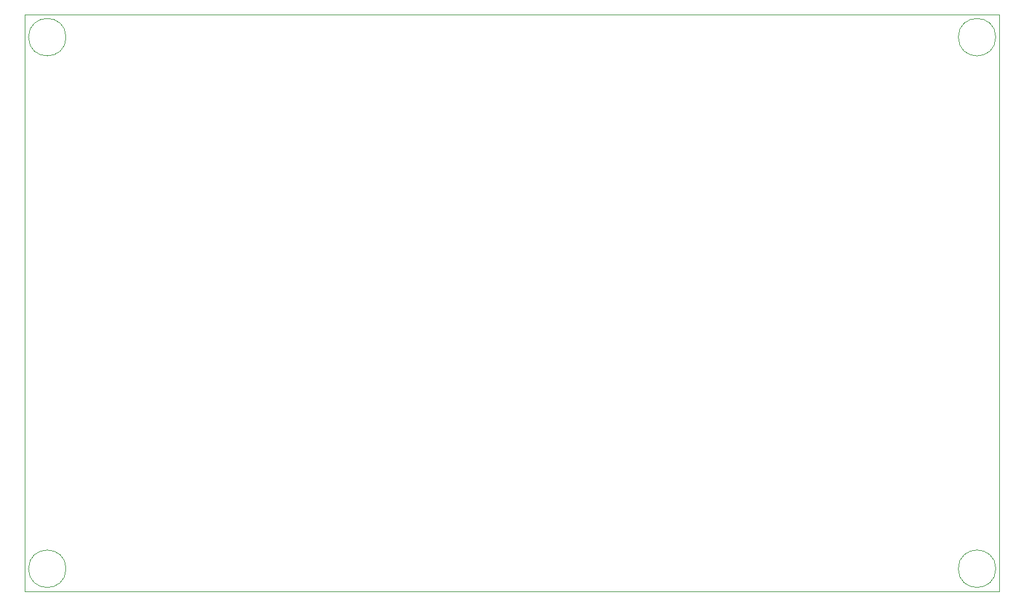
<source format=gbr>
%TF.GenerationSoftware,KiCad,Pcbnew,6.0.2+dfsg-1*%
%TF.CreationDate,2022-08-02T12:17:46-03:00*%
%TF.ProjectId,Nano-keyboard,4e616e6f-2d6b-4657-9962-6f6172642e6b,rev?*%
%TF.SameCoordinates,Original*%
%TF.FileFunction,Profile,NP*%
%FSLAX46Y46*%
G04 Gerber Fmt 4.6, Leading zero omitted, Abs format (unit mm)*
G04 Created by KiCad (PCBNEW 6.0.2+dfsg-1) date 2022-08-02 12:17:46*
%MOMM*%
%LPD*%
G01*
G04 APERTURE LIST*
%TA.AperFunction,Profile*%
%ADD10C,0.100000*%
%TD*%
G04 APERTURE END LIST*
D10*
X196175000Y-67770000D02*
G75*
G03*
X196175000Y-67770000I-2500000J0D01*
G01*
X196175000Y-138770000D02*
G75*
G03*
X196175000Y-138770000I-2500000J0D01*
G01*
X72175000Y-67770000D02*
G75*
G03*
X72175000Y-67770000I-2500000J0D01*
G01*
X72175000Y-138770000D02*
G75*
G03*
X72175000Y-138770000I-2500000J0D01*
G01*
X66675000Y-64770000D02*
X196675000Y-64770000D01*
X196675000Y-64770000D02*
X196675000Y-141770000D01*
X196675000Y-141770000D02*
X66675000Y-141770000D01*
X66675000Y-141770000D02*
X66675000Y-64770000D01*
M02*

</source>
